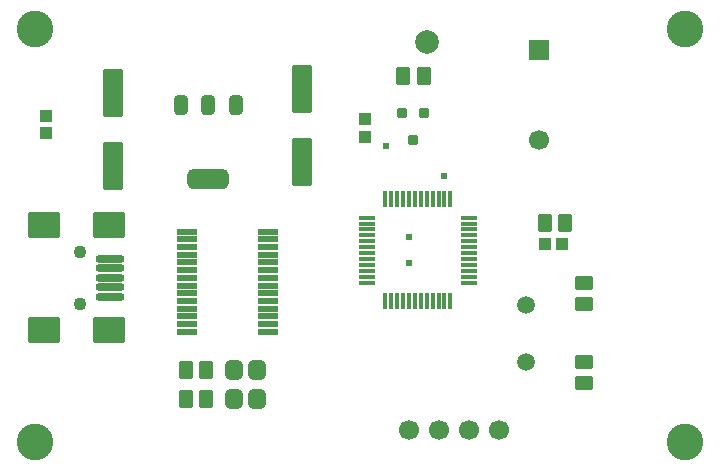
<source format=gts>
G04*
G04 #@! TF.GenerationSoftware,Altium Limited,Altium Designer,21.0.8 (223)*
G04*
G04 Layer_Color=8388736*
%FSLAX24Y24*%
%MOIN*%
G70*
G04*
G04 #@! TF.SameCoordinates,F91D3ADF-50DC-415E-B976-C9826125F88D*
G04*
G04*
G04 #@! TF.FilePolarity,Negative*
G04*
G01*
G75*
G04:AMPARAMS|DCode=27|XSize=33.9mil|YSize=33.9mil|CornerRadius=5.7mil|HoleSize=0mil|Usage=FLASHONLY|Rotation=180.000|XOffset=0mil|YOffset=0mil|HoleType=Round|Shape=RoundedRectangle|*
%AMROUNDEDRECTD27*
21,1,0.0339,0.0224,0,0,180.0*
21,1,0.0224,0.0339,0,0,180.0*
1,1,0.0114,-0.0112,0.0112*
1,1,0.0114,0.0112,0.0112*
1,1,0.0114,0.0112,-0.0112*
1,1,0.0114,-0.0112,-0.0112*
%
%ADD27ROUNDEDRECTD27*%
G04:AMPARAMS|DCode=28|XSize=41.3mil|YSize=41.3mil|CornerRadius=3.8mil|HoleSize=0mil|Usage=FLASHONLY|Rotation=180.000|XOffset=0mil|YOffset=0mil|HoleType=Round|Shape=RoundedRectangle|*
%AMROUNDEDRECTD28*
21,1,0.0413,0.0337,0,0,180.0*
21,1,0.0337,0.0413,0,0,180.0*
1,1,0.0077,-0.0168,0.0168*
1,1,0.0077,0.0168,0.0168*
1,1,0.0077,0.0168,-0.0168*
1,1,0.0077,-0.0168,-0.0168*
%
%ADD28ROUNDEDRECTD28*%
G04:AMPARAMS|DCode=29|XSize=47.2mil|YSize=59.1mil|CornerRadius=4.1mil|HoleSize=0mil|Usage=FLASHONLY|Rotation=0.000|XOffset=0mil|YOffset=0mil|HoleType=Round|Shape=RoundedRectangle|*
%AMROUNDEDRECTD29*
21,1,0.0472,0.0508,0,0,0.0*
21,1,0.0390,0.0591,0,0,0.0*
1,1,0.0083,0.0195,-0.0254*
1,1,0.0083,-0.0195,-0.0254*
1,1,0.0083,-0.0195,0.0254*
1,1,0.0083,0.0195,0.0254*
%
%ADD29ROUNDEDRECTD29*%
G04:AMPARAMS|DCode=30|XSize=161.4mil|YSize=66.9mil|CornerRadius=5.1mil|HoleSize=0mil|Usage=FLASHONLY|Rotation=90.000|XOffset=0mil|YOffset=0mil|HoleType=Round|Shape=RoundedRectangle|*
%AMROUNDEDRECTD30*
21,1,0.1614,0.0567,0,0,90.0*
21,1,0.1512,0.0669,0,0,90.0*
1,1,0.0102,0.0283,0.0756*
1,1,0.0102,0.0283,-0.0756*
1,1,0.0102,-0.0283,-0.0756*
1,1,0.0102,-0.0283,0.0756*
%
%ADD30ROUNDEDRECTD30*%
G04:AMPARAMS|DCode=31|XSize=15.7mil|YSize=51.2mil|CornerRadius=2.6mil|HoleSize=0mil|Usage=FLASHONLY|Rotation=180.000|XOffset=0mil|YOffset=0mil|HoleType=Round|Shape=RoundedRectangle|*
%AMROUNDEDRECTD31*
21,1,0.0157,0.0461,0,0,180.0*
21,1,0.0106,0.0512,0,0,180.0*
1,1,0.0051,-0.0053,0.0230*
1,1,0.0051,0.0053,0.0230*
1,1,0.0051,0.0053,-0.0230*
1,1,0.0051,-0.0053,-0.0230*
%
%ADD31ROUNDEDRECTD31*%
G04:AMPARAMS|DCode=32|XSize=15.7mil|YSize=51.2mil|CornerRadius=2.6mil|HoleSize=0mil|Usage=FLASHONLY|Rotation=90.000|XOffset=0mil|YOffset=0mil|HoleType=Round|Shape=RoundedRectangle|*
%AMROUNDEDRECTD32*
21,1,0.0157,0.0461,0,0,90.0*
21,1,0.0106,0.0512,0,0,90.0*
1,1,0.0051,0.0230,0.0053*
1,1,0.0051,0.0230,-0.0053*
1,1,0.0051,-0.0230,-0.0053*
1,1,0.0051,-0.0230,0.0053*
%
%ADD32ROUNDEDRECTD32*%
G04:AMPARAMS|DCode=33|XSize=47.2mil|YSize=59.1mil|CornerRadius=4.1mil|HoleSize=0mil|Usage=FLASHONLY|Rotation=90.000|XOffset=0mil|YOffset=0mil|HoleType=Round|Shape=RoundedRectangle|*
%AMROUNDEDRECTD33*
21,1,0.0472,0.0508,0,0,90.0*
21,1,0.0390,0.0591,0,0,90.0*
1,1,0.0083,0.0254,0.0195*
1,1,0.0083,0.0254,-0.0195*
1,1,0.0083,-0.0254,-0.0195*
1,1,0.0083,-0.0254,0.0195*
%
%ADD33ROUNDEDRECTD33*%
G04:AMPARAMS|DCode=34|XSize=17.7mil|YSize=68.9mil|CornerRadius=2.7mil|HoleSize=0mil|Usage=FLASHONLY|Rotation=270.000|XOffset=0mil|YOffset=0mil|HoleType=Round|Shape=RoundedRectangle|*
%AMROUNDEDRECTD34*
21,1,0.0177,0.0636,0,0,270.0*
21,1,0.0124,0.0689,0,0,270.0*
1,1,0.0053,-0.0318,-0.0062*
1,1,0.0053,-0.0318,0.0062*
1,1,0.0053,0.0318,0.0062*
1,1,0.0053,0.0318,-0.0062*
%
%ADD34ROUNDEDRECTD34*%
G04:AMPARAMS|DCode=35|XSize=41.3mil|YSize=41.3mil|CornerRadius=3.8mil|HoleSize=0mil|Usage=FLASHONLY|Rotation=90.000|XOffset=0mil|YOffset=0mil|HoleType=Round|Shape=RoundedRectangle|*
%AMROUNDEDRECTD35*
21,1,0.0413,0.0337,0,0,90.0*
21,1,0.0337,0.0413,0,0,90.0*
1,1,0.0077,0.0168,0.0168*
1,1,0.0077,0.0168,-0.0168*
1,1,0.0077,-0.0168,-0.0168*
1,1,0.0077,-0.0168,0.0168*
%
%ADD35ROUNDEDRECTD35*%
%ADD36O,0.0966X0.0277*%
G04:AMPARAMS|DCode=37|XSize=106.4mil|YSize=86.7mil|CornerRadius=7.9mil|HoleSize=0mil|Usage=FLASHONLY|Rotation=180.000|XOffset=0mil|YOffset=0mil|HoleType=Round|Shape=RoundedRectangle|*
%AMROUNDEDRECTD37*
21,1,0.1064,0.0709,0,0,180.0*
21,1,0.0906,0.0867,0,0,180.0*
1,1,0.0159,-0.0453,0.0354*
1,1,0.0159,0.0453,0.0354*
1,1,0.0159,0.0453,-0.0354*
1,1,0.0159,-0.0453,-0.0354*
%
%ADD37ROUNDEDRECTD37*%
G04:AMPARAMS|DCode=38|XSize=67.1mil|YSize=59.2mil|CornerRadius=16.8mil|HoleSize=0mil|Usage=FLASHONLY|Rotation=90.000|XOffset=0mil|YOffset=0mil|HoleType=Round|Shape=RoundedRectangle|*
%AMROUNDEDRECTD38*
21,1,0.0671,0.0256,0,0,90.0*
21,1,0.0335,0.0592,0,0,90.0*
1,1,0.0336,0.0128,0.0167*
1,1,0.0336,0.0128,-0.0167*
1,1,0.0336,-0.0128,-0.0167*
1,1,0.0336,-0.0128,0.0167*
%
%ADD38ROUNDEDRECTD38*%
G04:AMPARAMS|DCode=39|XSize=137.1mil|YSize=67.1mil|CornerRadius=18.8mil|HoleSize=0mil|Usage=FLASHONLY|Rotation=0.000|XOffset=0mil|YOffset=0mil|HoleType=Round|Shape=RoundedRectangle|*
%AMROUNDEDRECTD39*
21,1,0.1371,0.0295,0,0,0.0*
21,1,0.0996,0.0671,0,0,0.0*
1,1,0.0375,0.0498,-0.0148*
1,1,0.0375,-0.0498,-0.0148*
1,1,0.0375,-0.0498,0.0148*
1,1,0.0375,0.0498,0.0148*
%
%ADD39ROUNDEDRECTD39*%
G04:AMPARAMS|DCode=40|XSize=47.4mil|YSize=67.1mil|CornerRadius=13.8mil|HoleSize=0mil|Usage=FLASHONLY|Rotation=0.000|XOffset=0mil|YOffset=0mil|HoleType=Round|Shape=RoundedRectangle|*
%AMROUNDEDRECTD40*
21,1,0.0474,0.0394,0,0,0.0*
21,1,0.0197,0.0671,0,0,0.0*
1,1,0.0277,0.0098,-0.0197*
1,1,0.0277,-0.0098,-0.0197*
1,1,0.0277,-0.0098,0.0197*
1,1,0.0277,0.0098,0.0197*
%
%ADD40ROUNDEDRECTD40*%
%ADD41C,0.0789*%
%ADD42C,0.0591*%
%ADD43C,0.0669*%
%ADD44C,0.1220*%
%ADD45C,0.0433*%
%ADD46R,0.0669X0.0669*%
%ADD47C,0.0240*%
D27*
X13189Y11979D02*
D03*
X13563Y11077D02*
D03*
X13937Y11979D02*
D03*
D28*
X17961Y7584D02*
D03*
X18531D02*
D03*
D29*
X18650Y8312D02*
D03*
X17961D02*
D03*
X13937Y13201D02*
D03*
X13248D02*
D03*
X5991Y2434D02*
D03*
X6680D02*
D03*
X5996Y3399D02*
D03*
X6685D02*
D03*
D30*
X9882Y10331D02*
D03*
Y12772D02*
D03*
X3563Y12643D02*
D03*
Y10202D02*
D03*
D31*
X14617Y9109D02*
D03*
X14420D02*
D03*
X14223D02*
D03*
X14026D02*
D03*
X13830D02*
D03*
X13633D02*
D03*
X13436D02*
D03*
X13239D02*
D03*
X13042D02*
D03*
X12845D02*
D03*
X12648D02*
D03*
X14814D02*
D03*
Y5683D02*
D03*
X14617D02*
D03*
X14420D02*
D03*
X14223D02*
D03*
X14026D02*
D03*
X13830D02*
D03*
X13633D02*
D03*
X13436D02*
D03*
X13239D02*
D03*
X13042D02*
D03*
X12845D02*
D03*
X12648D02*
D03*
D32*
X12019Y6313D02*
D03*
Y6510D02*
D03*
Y6707D02*
D03*
Y6904D02*
D03*
Y7101D02*
D03*
Y7298D02*
D03*
Y7494D02*
D03*
Y7691D02*
D03*
Y7888D02*
D03*
Y8085D02*
D03*
Y8282D02*
D03*
Y8479D02*
D03*
X15444Y6313D02*
D03*
Y6510D02*
D03*
Y6707D02*
D03*
Y6904D02*
D03*
Y7101D02*
D03*
Y7298D02*
D03*
Y7494D02*
D03*
Y7691D02*
D03*
Y7888D02*
D03*
Y8085D02*
D03*
Y8282D02*
D03*
Y8479D02*
D03*
D33*
X19253Y3661D02*
D03*
Y2972D02*
D03*
Y5610D02*
D03*
Y6299D02*
D03*
D34*
X6051Y4680D02*
D03*
Y4935D02*
D03*
Y5191D02*
D03*
Y5447D02*
D03*
Y5703D02*
D03*
Y5959D02*
D03*
Y6215D02*
D03*
Y6471D02*
D03*
Y6727D02*
D03*
Y6983D02*
D03*
Y7239D02*
D03*
Y7494D02*
D03*
Y7750D02*
D03*
Y8006D02*
D03*
X8751D02*
D03*
Y7750D02*
D03*
Y7494D02*
D03*
Y7239D02*
D03*
Y6983D02*
D03*
Y6727D02*
D03*
Y6471D02*
D03*
Y6215D02*
D03*
Y5959D02*
D03*
Y5703D02*
D03*
Y5447D02*
D03*
Y5191D02*
D03*
Y4935D02*
D03*
Y4680D02*
D03*
D35*
X1347Y11290D02*
D03*
Y11861D02*
D03*
X11977Y11182D02*
D03*
Y11753D02*
D03*
D36*
X3480Y5841D02*
D03*
Y6156D02*
D03*
Y7101D02*
D03*
Y6786D02*
D03*
Y6471D02*
D03*
D37*
X3431Y4719D02*
D03*
X1285D02*
D03*
X3431Y8223D02*
D03*
X1285D02*
D03*
D38*
X8357Y2416D02*
D03*
X7609D02*
D03*
X7615Y3399D02*
D03*
X8363D02*
D03*
D39*
X6749Y9765D02*
D03*
D40*
X5843Y12245D02*
D03*
X6749D02*
D03*
X7654D02*
D03*
D41*
X14046Y14345D02*
D03*
D42*
X17324Y3656D02*
D03*
Y5577D02*
D03*
D43*
X17770Y11080D02*
D03*
X16420Y1400D02*
D03*
X15420D02*
D03*
X14420D02*
D03*
X13420D02*
D03*
D44*
X22638Y984D02*
D03*
X984Y984D02*
D03*
X22638Y14764D02*
D03*
X984D02*
D03*
D45*
X2468Y5605D02*
D03*
Y7337D02*
D03*
D46*
X17770Y14080D02*
D03*
D47*
X13420Y7835D02*
D03*
Y6980D02*
D03*
X12660Y10860D02*
D03*
X14610Y9860D02*
D03*
M02*

</source>
